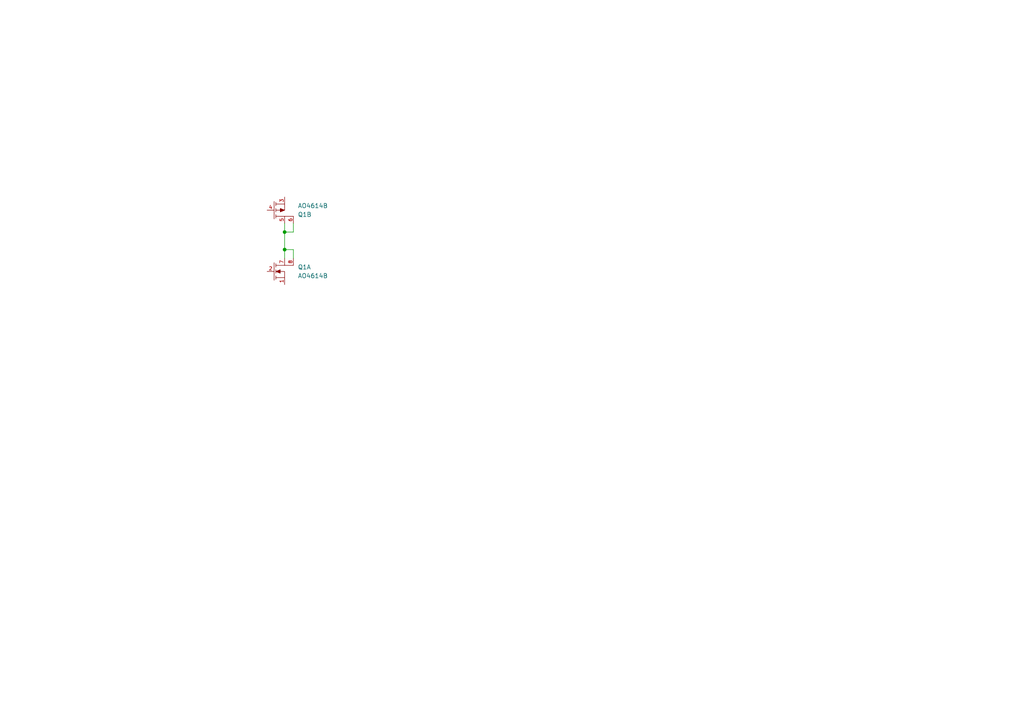
<source format=kicad_sch>
(kicad_sch (version 20231120) (generator "eeschema") (generator_version "8.0")
  (paper "A4")
  (lib_symbols
    (symbol "Mosfet:AO4614B" (pin_names hide)
      (property "Reference" "Q" (at 2.794 -0.254 0))
      (property "Value" "AO4614B" (at 6.604 -2.032 0))
      (symbol "AO4614B_0_1"
        (polyline (pts (xy -1.778 2.54) (xy -1.778 -2.54) (xy -1.778 -2.54)) (fill (type outline)))
        (polyline (pts (xy -1.27 -2.286) (xy -1.27 -1.27) (xy -1.27 -1.27)) (fill (type outline)))
        (polyline (pts (xy -1.27 -0.508) (xy -1.27 0.508) (xy -1.27 0.508)) (fill (type outline)))
        (polyline (pts (xy -1.27 1.27) (xy -1.27 2.286) (xy -1.27 2.286)) (fill (type outline)))
        (polyline (pts (xy -1.27 1.778) (xy 1.27 1.778) (xy 1.27 1.778)))
        (polyline (pts (xy -1.27 -1.778) (xy 1.27 -1.778) (xy 1.27 0) (xy -1.27 0) (xy 0 0)))
      )
      (symbol "AO4614B_1_1"
        (polyline (pts (xy 1.27 1.778) (xy 3.81 1.778)))
        (polyline (pts (xy 0 0) (xy 0 0.508) (xy -1.27 0) (xy 0 -0.508) (xy 0 0)) (fill (type outline)))
        (pin passive line (at 1.27 -3.81 90) (length 2.032) (name "S") (number "1"))
        (pin input line (at -3.81 0 0) (length 2.032) (name "G") (number "2"))
        (pin passive line (at 1.27 3.81 270) (length 2.032) (name "D") (number "7"))
        (pin passive line (at 3.81 3.81 270) (length 2.032) (name "D") (number "8"))
      )
      (symbol "AO4614B_2_1"
        (polyline (pts (xy 1.27 1.778) (xy 3.81 1.778)))
        (polyline (pts (xy 0 0) (xy 0 -0.508) (xy 1.27 0) (xy 0 0.508) (xy 0 0)) (fill (type outline)))
        (pin passive line (at 1.27 -3.81 90) (length 2.032) (name "S") (number "3"))
        (pin input line (at -3.81 0 0) (length 2.032) (name "G") (number "4"))
        (pin passive line (at 1.27 3.81 270) (length 2.032) (name "D") (number "5"))
        (pin passive line (at 3.81 3.81 270) (length 2.032) (name "D") (number "6"))
      )
    )
  )
  (junction (at 82.55 72.39))
  (junction (at 82.55 67.31))
  (wire (pts (xy 82.55 72.39) (xy 82.55 74.93)))
  (wire (pts (xy 82.55 64.77) (xy 82.55 67.31)))
  (wire (pts (xy 82.55 67.31) (xy 82.55 72.39)))
  (wire (pts (xy 85.09 67.31) (xy 82.55 67.31)))
  (wire (pts (xy 85.09 64.77) (xy 85.09 67.31)))
  (wire (pts (xy 85.09 74.93) (xy 85.09 72.39)))
  (wire (pts (xy 85.09 72.39) (xy 82.55 72.39)))
  (symbol (lib_id "Mosfet:AO4614B") (at 81.28 78.74 0) (unit 1)
    (property "Reference" "Q1" (at 86.36 77.4699 0) (effects (justify left)))
    (property "Value" "AO4614B" (at 86.36 80.0099 0) (effects (justify left)))
    (property "Datasheet" "https://www.aosmd.com/sites/default/files/res/datasheets/AO4614B.pdf" (effects (hide yes)))
    (property "Description" "Complementary Enhancement, 40V Dual P+N-Channel MOSFET, SOIC-8" (effects (hide yes)))
  )
  (symbol (lib_id "Mosfet:AO4614B") (at 81.28 60.96 0) (mirror x) (unit 2)
    (property "Reference" "Q1" (at 86.36 62.2301 0) (effects (justify left)))
    (property "Value" "AO4614B" (at 86.36 59.6901 0) (effects (justify left)))
    (property "Datasheet" "https://www.aosmd.com/sites/default/files/res/datasheets/AO4614B.pdf" (effects (hide yes)))
    (property "Description" "Complementary Enhancement, 40V Dual P+N-Channel MOSFET, SOIC-8" (effects (hide yes)))
  )
)
</source>
